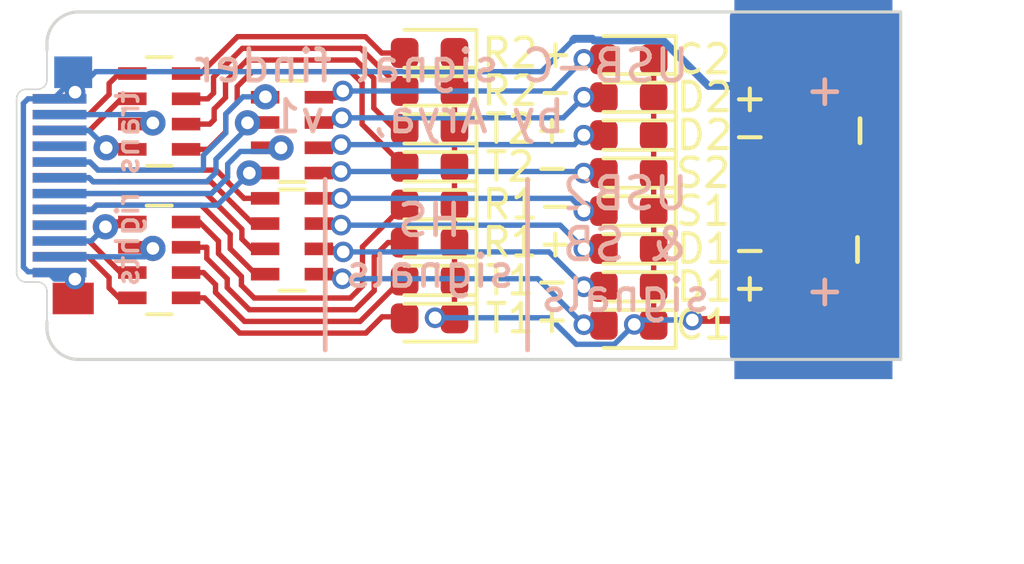
<source format=kicad_pcb>
(kicad_pcb (version 20221018) (generator pcbnew)
  (layers (0 "F.Cu" signal) (31 "B.Cu" signal) (34 "B.Paste" user) (35 "F.Paste" user) (36 "B.SilkS" user "B.Silkscreen") (37 "F.SilkS" user "F.Silkscreen") (38 "B.Mask" user) (39 "F.Mask" user) (44 "Edge.Cuts" user))
  (net 0 "")
  (net 1 "GND")
  (net 2 "-3V3")
  (net 3 "Net-(D1-A)")
  (net 4 "Net-(D2-A)")
  (net 5 "Net-(D3-A)")
  (net 6 "Net-(D4-A)")
  (net 7 "Net-(D5-A)")
  (net 8 "Net-(D6-A)")
  (net 9 "Net-(D7-A)")
  (net 10 "Net-(D8-A)")
  (net 11 "Net-(D9-A)")
  (net 12 "Net-(D10-A)")
  (net 13 "Net-(D11-A)")
  (net 14 "Net-(D12-A)")
  (net 15 "Net-(D13-A)")
  (net 16 "Net-(D14-A)")
  (net 17 "Net-(D15-A)")
  (net 18 "Net-(D16-A)")
  (net 19 "Net-(J1-TX1+)")
  (net 20 "Net-(J1-TX1-)")
  (net 22 "Net-(J1-CC1)")
  (net 23 "Net-(RN2-R2.2)")
  (net 24 "Net-(RN2-R3.2)")
  (net 25 "Net-(J1-SBU1)")
  (net 26 "Net-(J1-RX2-)")
  (net 27 "Net-(J1-RX2+)")
  (net 28 "Net-(J1-TX2+)")
  (net 29 "Net-(J1-TX2-)")
  (net 30 "Net-(J1-CC2)")
  (net 31 "Net-(RN4-R3.2)")
  (net 32 "Net-(RN4-R2.2)")
  (net 33 "Net-(J1-SBU2)")
  (net 34 "Net-(J1-RX1-)")
  (net 35 "Net-(J1-RX1+)")
  (footprint "LED_SMD:LED_0603_1608Metric" (layer "F.Cu") (at 130.1 88.8 180)
    (fp_text reference "D2" hide)
    (fp_text value "R1+" (at -3.1 0) (layer "F.SilkS") (effects (font (size 0.9 0.9) (thickness 0.13))))
    (fp_line (start -1.485 -0.735) (end -1.485 0.735) (stroke (width 0.12)) (layer "F.SilkS"))
    (fp_line (start -1.485 0.735) (end 0.8 0.735) (stroke (width 0.12)) (layer "F.SilkS"))
    (fp_line (start 0.8 -0.735) (end -1.485 -0.735) (stroke (width 0.12)) (layer "F.SilkS"))
    (pad "1" smd roundrect (at -0.7875 0 180) (size 0.875 0.95) (layers "F.Cu" "F.Paste" "F.Mask") (net 2 "-3V3"))
    (pad "2" smd roundrect (at 0.7875 0 180) (size 0.875 0.95) (layers "F.Cu" "F.Paste" "F.Mask") (net 4 "Net-(D2-A)"))
  )
  (footprint "LED_SMD:LED_0603_1608Metric" (layer "F.Cu") (at 130.1 86.4 180)
    (fp_text reference "D11" hide)
    (fp_text value "T2-" (at -3.1 0) (layer "F.SilkS") (effects (font (size 0.9 0.9) (thickness 0.13))))
    (fp_line (start -1.485 -0.735) (end -1.485 0.735) (stroke (width 0.12)) (layer "F.SilkS"))
    (fp_line (start -1.485 0.735) (end 0.8 0.735) (stroke (width 0.12)) (layer "F.SilkS"))
    (fp_line (start 0.8 -0.735) (end -1.485 -0.735) (stroke (width 0.12)) (layer "F.SilkS"))
    (pad "1" smd roundrect (at -0.7875 0 180) (size 0.875 0.95) (layers "F.Cu" "F.Paste" "F.Mask") (net 2 "-3V3"))
    (pad "2" smd roundrect (at 0.7875 0 180) (size 0.875 0.95) (layers "F.Cu" "F.Paste" "F.Mask") (net 13 "Net-(D11-A)"))
  )
  (footprint "Resistor_SMD:R_Array_Concave_4x0603" (layer "F.Cu") (at 121.55 84.65 180)
    (fp_text reference "RN3" hide)
    (fp_text value "47R" hide)
    (fp_line (start 0.4 -1.72) (end -0.4 -1.72) (stroke (width 0.12)) (layer "F.SilkS"))
    (fp_line (start 0.4 1.72) (end -0.4 1.72) (stroke (width 0.12)) (layer "F.SilkS"))
    (pad "1" smd rect (at -0.85 -1.2 180) (size 0.9 0.4) (layers "F.Cu" "F.Paste" "F.Mask") (net 13 "Net-(D11-A)"))
    (pad "2" smd rect (at -0.85 -0.4 180) (size 0.9 0.4) (layers "F.Cu" "F.Paste" "F.Mask") (net 14 "Net-(D12-A)"))
    (pad "3" smd rect (at -0.85 0.4 180) (size 0.9 0.4) (layers "F.Cu" "F.Paste" "F.Mask") (net 11 "Net-(D9-A)"))
    (pad "4" smd rect (at -0.85 1.2 180) (size 0.9 0.4) (layers "F.Cu" "F.Paste" "F.Mask") (net 12 "Net-(D10-A)"))
    (pad "5" smd rect (at 0.85 1.2 180) (size 0.9 0.4) (layers "F.Cu" "F.Paste" "F.Mask") (net 27 "Net-(J1-RX2+)"))
    (pad "6" smd rect (at 0.85 0.4 180) (size 0.9 0.4) (layers "F.Cu" "F.Paste" "F.Mask") (net 26 "Net-(J1-RX2-)"))
    (pad "7" smd rect (at 0.85 -0.4 180) (size 0.9 0.4) (layers "F.Cu" "F.Paste" "F.Mask") (net 28 "Net-(J1-TX2+)"))
    (pad "8" smd rect (at 0.85 -1.2 180) (size 0.9 0.4) (layers "F.Cu" "F.Paste" "F.Mask") (net 29 "Net-(J1-TX2-)"))
  )
  (footprint "usbc_debug_finder:USB_C_Plug_Molex_105444" (layer "F.Cu") (at 118 87 90)
    (fp_text reference "J1" hide)
    (fp_text value "USB_C_Plug" hide)
    (fp_line (start -3.35 0) (end -4.3 0) (stroke (width 0.05)) (layer "Edge.Cuts"))
    (fp_line (start -3.05 -0.66) (end -3.05 -0.3) (stroke (width 0.05)) (layer "Edge.Cuts"))
    (fp_line (start -2.75 -0.96) (end 2.75 -0.96) (stroke (width 0.05)) (layer "Edge.Cuts"))
    (fp_line (start 3.05 -0.66) (end 3.05 -0.3) (stroke (width 0.05)) (layer "Edge.Cuts"))
    (fp_line (start 3.35 0) (end 4.3 0) (stroke (width 0.05)) (layer "Edge.Cuts"))
    (fp_arc (start -3.05 -0.66) (mid -2.962132 -0.872132) (end -2.75 -0.96) (stroke (width 0.05)) (layer "Edge.Cuts"))
    (fp_arc (start -3.05 -0.3) (mid -3.137868 -0.087868) (end -3.35 0) (stroke (width 0.05)) (layer "Edge.Cuts"))
    (fp_arc (start 2.75 -0.96) (mid 2.962132 -0.872132) (end 3.05 -0.66) (stroke (width 0.05)) (layer "Edge.Cuts"))
    (fp_arc (start 3.35 0) (mid 3.137868 -0.087868) (end 3.05 -0.3) (stroke (width 0.05)) (layer "Edge.Cuts"))
    (pad "A1" smd rect (at -2.75 0.4 90) (size 0.3 1.7) (layers "F.Cu" "F.Paste" "F.Mask") (net 1 "GND"))
    (pad "A2" smd rect (at -2.25 0.4 90) (size 0.3 1.7) (layers "F.Cu" "F.Paste" "F.Mask") (net 19 "Net-(J1-TX1+)"))
    (pad "A3" smd rect (at -1.75 0.4 90) (size 0.3 1.7) (layers "F.Cu" "F.Paste" "F.Mask") (net 20 "Net-(J1-TX1-)"))
    (pad "A4" smd rect (at -1.25 0.4 90) (size 0.3 1.7) (layers "F.Cu" "F.Paste" "F.Mask"))
    (pad "A5" smd rect (at -0.75 0.4 90) (size 0.3 1.7) (layers "F.Cu" "F.Paste" "F.Mask") (net 22 "Net-(J1-CC1)"))
    (pad "A6" smd rect (at -0.25 0.4 90) (size 0.3 1.7) (layers "F.Cu" "F.Paste" "F.Mask") (net 23 "Net-(RN2-R2.2)"))
    (pad "A7" smd rect (at 0.25 0.4 90) (size 0.3 1.7) (layers "F.Cu" "F.Paste" "F.Mask") (net 24 "Net-(RN2-R3.2)"))
    (pad "A8" smd rect (at 0.75 0.4 90) (size 0.3 1.7) (layers "F.Cu" "F.Paste" "F.Mask") (net 25 "Net-(J1-SBU1)"))
    (pad "A9" smd rect (at 1.25 0.4 90) (size 0.3 1.7) (layers "F.Cu" "F.Paste" "F.Mask"))
    (pad "A10" smd rect (at 1.75 0.4 90) (size 0.3 1.7) (layers "F.Cu" "F.Paste" "F.Mask") (net 26 "Net-(J1-RX2-)"))
    (pad "A11" smd rect (at 2.25 0.4 90) (size 0.3 1.7) (layers "F.Cu" "F.Paste" "F.Mask") (net 27 "Net-(J1-RX2+)"))
    (pad "A12" smd rect (at 2.75 0.4 90) (size 0.3 1.7) (layers "F.Cu" "F.Paste" "F.Mask") (net 1 "GND"))
    (pad "B1" smd rect (at 2.75 0.4 90) (size 0.3 1.7) (layers "B.Cu" "B.Paste" "B.Mask") (net 1 "GND"))
    (pad "B2" smd rect (at 2.25 0.4 90) (size 0.3 1.7) (layers "B.Cu" "B.Paste" "B.Mask") (net 28 "Net-(J1-TX2+)"))
    (pad "B3" smd rect (at 1.75 0.4 90) (size 0.3 1.7) (layers "B.Cu" "B.Paste" "B.Mask") (net 29 "Net-(J1-TX2-)"))
    (pad "B4" smd rect (at 1.25 0.4 90) (size 0.3 1.7) (layers "B.Cu" "B.Paste" "B.Mask"))
    (pad "B5" smd rect (at 0.75 0.4 90) (size 0.3 1.7) (layers "B.Cu" "B.Paste" "B.Mask") (net 30 "Net-(J1-CC2)"))
    (pad "B6" smd rect (at 0.25 0.4 90) (size 0.3 1.7) (layers "B.Cu" "B.Paste" "B.Mask") (net 31 "Net-(RN4-R3.2)"))
    (pad "B7" smd rect (at -0.25 0.4 90) (size 0.3 1.7) (layers "B.Cu" "B.Paste" "B.Mask") (net 32 "Net-(RN4-R2.2)"))
    (pad "B8" smd rect (at -0.75 0.4 90) (size 0.3 1.7) (layers "B.Cu" "B.Paste" "B.Mask") (net 33 "Net-(J1-SBU2)"))
    (pad "B9" smd rect (at -1.25 0.4 90) (size 0.3 1.7) (layers "B.Cu" "B.Paste" "B.Mask"))
    (pad "B10" smd rect (at -1.75 0.4 90) (size 0.3 1.7) (layers "B.Cu" "B.Paste" "B.Mask") (net 34 "Net-(J1-RX1-)"))
    (pad "B11" smd rect (at -2.25 0.4 90) (size 0.3 1.7) (layers "B.Cu" "B.Paste" "B.Mask") (net 35 "Net-(J1-RX1+)"))
    (pad "B12" smd rect (at -2.75 0.4 90) (size 0.3 1.7) (layers "B.Cu" "B.Paste" "B.Mask") (net 1 "GND"))
    (pad "S1" smd rect (at -3.57 0.83 90) (size 1 1.3) (layers "F.Cu" "F.Paste" "F.Mask") (net 1 "GND"))
    (pad "S1" smd rect (at 3.59 0.83 90) (size 1 1.2) (layers "B.Cu" "B.Paste" "B.Mask") (net 1 "GND"))
  )
  (footprint "LED_SMD:LED_0603_1608Metric" (layer "F.Cu") (at 136.4 85.4 180)
    (fp_text reference "D14" hide)
    (fp_text value "D2-" (at -2.95 0) (layer "F.SilkS") (effects (font (size 0.9 0.9) (thickness 0.13))))
    (fp_line (start -1.485 -0.735) (end -1.485 0.735) (stroke (width 0.12)) (layer "F.SilkS"))
    (fp_line (start -1.485 0.735) (end 0.8 0.735) (stroke (width 0.12)) (layer "F.SilkS"))
    (fp_line (start 0.8 -0.735) (end -1.485 -0.735) (stroke (width 0.12)) (layer "F.SilkS"))
    (pad "1" smd roundrect (at -0.7875 0 180) (size 0.875 0.95) (layers "F.Cu" "F.Paste" "F.Mask") (net 2 "-3V3"))
    (pad "2" smd roundrect (at 0.7875 0 180) (size 0.875 0.95) (layers "F.Cu" "F.Paste" "F.Mask") (net 16 "Net-(D14-A)"))
  )
  (footprint "LED_SMD:LED_0603_1608Metric" (layer "F.Cu") (at 136.4 90.2 180)
    (fp_text reference "D7" hide)
    (fp_text value "D1+" (at -2.95 0) (layer "F.SilkS") (effects (font (size 0.9 0.9) (thickness 0.13))))
    (fp_line (start -1.485 -0.735) (end -1.485 0.735) (stroke (width 0.12)) (layer "F.SilkS"))
    (fp_line (start -1.485 0.735) (end 0.8 0.735) (stroke (width 0.12)) (layer "F.SilkS"))
    (fp_line (start 0.8 -0.735) (end -1.485 -0.735) (stroke (width 0.12)) (layer "F.SilkS"))
    (pad "1" smd roundrect (at -0.7875 0 180) (size 0.875 0.95) (layers "F.Cu" "F.Paste" "F.Mask") (net 2 "-3V3"))
    (pad "2" smd roundrect (at 0.7875 0 180) (size 0.875 0.95) (layers "F.Cu" "F.Paste" "F.Mask") (net 9 "Net-(D7-A)"))
  )
  (footprint "LED_SMD:LED_0603_1608Metric" (layer "F.Cu") (at 130.1 91.2 180)
    (fp_text reference "D4" hide)
    (fp_text value "T1+" (at -3.1 0) (layer "F.SilkS") (effects (font (size 0.9 0.9) (thickness 0.13))))
    (fp_line (start -1.485 -0.735) (end -1.485 0.735) (stroke (width 0.12)) (layer "F.SilkS"))
    (fp_line (start -1.485 0.735) (end 0.8 0.735) (stroke (width 0.12)) (layer "F.SilkS"))
    (fp_line (start 0.8 -0.735) (end -1.485 -0.735) (stroke (width 0.12)) (layer "F.SilkS"))
    (pad "1" smd roundrect (at -0.7875 0 180) (size 0.875 0.95) (layers "F.Cu" "F.Paste" "F.Mask") (net 2 "-3V3"))
    (pad "2" smd roundrect (at 0.7875 0 180) (size 0.875 0.95) (layers "F.Cu" "F.Paste" "F.Mask") (net 6 "Net-(D4-A)"))
  )
  (footprint "LED_SMD:LED_0603_1608Metric" (layer "F.Cu") (at 130.1 84 180)
    (fp_text reference "D9" hide)
    (fp_text value "R2-" (at -3.1 0) (layer "F.SilkS") (effects (font (size 0.9 0.9) (thickness 0.13))))
    (fp_line (start -1.485 -0.735) (end -1.485 0.735) (stroke (width 0.12)) (layer "F.SilkS"))
    (fp_line (start -1.485 0.735) (end 0.8 0.735) (stroke (width 0.12)) (layer "F.SilkS"))
    (fp_line (start 0.8 -0.735) (end -1.485 -0.735) (stroke (width 0.12)) (layer "F.SilkS"))
    (pad "1" smd roundrect (at -0.7875 0 180) (size 0.875 0.95) (layers "F.Cu" "F.Paste" "F.Mask") (net 2 "-3V3"))
    (pad "2" smd roundrect (at 0.7875 0 180) (size 0.875 0.95) (layers "F.Cu" "F.Paste" "F.Mask") (net 11 "Net-(D9-A)"))
  )
  (footprint "LED_SMD:LED_0603_1608Metric" (layer "F.Cu") (at 136.4 87.8 180)
    (fp_text reference "D8" hide)
    (fp_text value "S1" (at -2.35 0) (layer "F.SilkS") (effects (font (size 0.9 0.9) (thickness 0.13))))
    (fp_line (start -1.485 -0.735) (end -1.485 0.735) (stroke (width 0.12)) (layer "F.SilkS"))
    (fp_line (start -1.485 0.735) (end 0.8 0.735) (stroke (width 0.12)) (layer "F.SilkS"))
    (fp_line (start 0.8 -0.735) (end -1.485 -0.735) (stroke (width 0.12)) (layer "F.SilkS"))
    (pad "1" smd roundrect (at -0.7875 0 180) (size 0.875 0.95) (layers "F.Cu" "F.Paste" "F.Mask") (net 2 "-3V3"))
    (pad "2" smd roundrect (at 0.7875 0 180) (size 0.875 0.95) (layers "F.Cu" "F.Paste" "F.Mask") (net 10 "Net-(D8-A)"))
  )
  (footprint "Resistor_SMD:R_Array_Concave_4x0603" (layer "F.Cu") (at 121.55 89.35 180)
    (fp_text reference "RN1" hide)
    (fp_text value "47R" hide)
    (fp_line (start 0.4 -1.72) (end -0.4 -1.72) (stroke (width 0.12)) (layer "F.SilkS"))
    (fp_line (start 0.4 1.72) (end -0.4 1.72) (stroke (width 0.12)) (layer "F.SilkS"))
    (pad "1" smd rect (at -0.85 -1.2 180) (size 0.9 0.4) (layers "F.Cu" "F.Paste" "F.Mask") (net 6 "Net-(D4-A)"))
    (pad "2" smd rect (at -0.85 -0.4 180) (size 0.9 0.4) (layers "F.Cu" "F.Paste" "F.Mask") (net 5 "Net-(D3-A)"))
    (pad "3" smd rect (at -0.85 0.4 180) (size 0.9 0.4) (layers "F.Cu" "F.Paste" "F.Mask") (net 4 "Net-(D2-A)"))
    (pad "4" smd rect (at -0.85 1.2 180) (size 0.9 0.4) (layers "F.Cu" "F.Paste" "F.Mask") (net 3 "Net-(D1-A)"))
    (pad "5" smd rect (at 0.85 1.2 180) (size 0.9 0.4) (layers "F.Cu" "F.Paste" "F.Mask") (net 34 "Net-(J1-RX1-)"))
    (pad "6" smd rect (at 0.85 0.4 180) (size 0.9 0.4) (layers "F.Cu" "F.Paste" "F.Mask") (net 35 "Net-(J1-RX1+)"))
    (pad "7" smd rect (at 0.85 -0.4 180) (size 0.9 0.4) (layers "F.Cu" "F.Paste" "F.Mask") (net 20 "Net-(J1-TX1-)"))
    (pad "8" smd rect (at 0.85 -1.2 180) (size 0.9 0.4) (layers "F.Cu" "F.Paste" "F.Mask") (net 19 "Net-(J1-TX1+)"))
  )
  (footprint "LED_SMD:LED_0603_1608Metric" (layer "F.Cu") (at 136.4 91.4 180)
    (fp_text reference "D5" hide)
    (fp_text value "C1" (at -2.35 0) (layer "F.SilkS") (effects (font (size 0.9 0.9) (thickness 0.13))))
    (fp_line (start -1.485 -0.735) (end -1.485 0.735) (stroke (width 0.12)) (layer "F.SilkS"))
    (fp_line (start -1.485 0.735) (end 0.8 0.735) (stroke (width 0.12)) (layer "F.SilkS"))
    (fp_line (start 0.8 -0.735) (end -1.485 -0.735) (stroke (width 0.12)) (layer "F.SilkS"))
    (pad "1" smd roundrect (at -0.7875 0 180) (size 0.875 0.95) (layers "F.Cu" "F.Paste" "F.Mask") (net 2 "-3V3"))
    (pad "2" smd roundrect (at 0.7875 0 180) (size 0.875 0.95) (layers "F.Cu" "F.Paste" "F.Mask") (net 7 "Net-(D5-A)"))
  )
  (footprint "Resistor_SMD:R_Array_Concave_4x0603" (layer "F.Cu") (at 125.75 85.4 180)
    (fp_text reference "RN4" hide)
    (fp_text value "47R" hide)
    (fp_line (start 0.4 -1.72) (end -0.4 -1.72) (stroke (width 0.12)) (layer "F.SilkS"))
    (fp_line (start 0.4 1.72) (end -0.4 1.72) (stroke (width 0.12)) (layer "F.SilkS"))
    (pad "1" smd rect (at -0.85 -1.2 180) (size 0.9 0.4) (layers "F.Cu" "F.Paste" "F.Mask") (net 18 "Net-(D16-A)"))
    (pad "2" smd rect (at -0.85 -0.4 180) (size 0.9 0.4) (layers "F.Cu" "F.Paste" "F.Mask") (net 16 "Net-(D14-A)"))
    (pad "3" smd rect (at -0.85 0.4 180) (size 0.9 0.4) (layers "F.Cu" "F.Paste" "F.Mask") (net 17 "Net-(D15-A)"))
    (pad "4" smd rect (at -0.85 1.2 180) (size 0.9 0.4) (layers "F.Cu" "F.Paste" "F.Mask") (net 15 "Net-(D13-A)"))
    (pad "5" smd rect (at 0.85 1.2 180) (size 0.9 0.4) (layers "F.Cu" "F.Paste" "F.Mask") (net 30 "Net-(J1-CC2)"))
    (pad "6" smd rect (at 0.85 0.4 180) (size 0.9 0.4) (layers "F.Cu" "F.Paste" "F.Mask") (net 31 "Net-(RN4-R3.2)"))
    (pad "7" smd rect (at 0.85 -0.4 180) (size 0.9 0.4) (layers "F.Cu" "F.Paste" "F.Mask") (net 32 "Net-(RN4-R2.2)"))
    (pad "8" smd rect (at 0.85 -1.2 180) (size 0.9 0.4) (layers "F.Cu" "F.Paste" "F.Mask") (net 33 "Net-(J1-SBU2)"))
  )
  (footprint "Resistor_SMD:R_Array_Concave_4x0603" (layer "F.Cu") (at 125.75 88.6 180)
    (fp_text reference "RN2" hide)
    (fp_text value "47R" hide)
    (fp_line (start 0.4 -1.72) (end -0.4 -1.72) (stroke (width 0.12)) (layer "F.SilkS"))
    (fp_line (start 0.4 1.72) (end -0.4 1.72) (stroke (width 0.12)) (layer "F.SilkS"))
    (pad "1" smd rect (at -0.85 -1.2 180) (size 0.9 0.4) (layers "F.Cu" "F.Paste" "F.Mask") (net 7 "Net-(D5-A)"))
    (pad "2" smd rect (at -0.85 -0.4 180) (size 0.9 0.4) (layers "F.Cu" "F.Paste" "F.Mask") (net 9 "Net-(D7-A)"))
    (pad "3" smd rect (at -0.85 0.4 180) (size 0.9 0.4) (layers "F.Cu" "F.Paste" "F.Mask") (net 8 "Net-(D6-A)"))
    (pad "4" smd rect (at -0.85 1.2 180) (size 0.9 0.4) (layers "F.Cu" "F.Paste" "F.Mask") (net 10 "Net-(D8-A)"))
    (pad "5" smd rect (at 0.85 1.2 180) (size 0.9 0.4) (layers "F.Cu" "F.Paste" "F.Mask") (net 25 "Net-(J1-SBU1)"))
    (pad "6" smd rect (at 0.85 0.4 180) (size 0.9 0.4) (layers "F.Cu" "F.Paste" "F.Mask") (net 24 "Net-(RN2-R3.2)"))
    (pad "7" smd rect (at 0.85 -0.4 180) (size 0.9 0.4) (layers "F.Cu" "F.Paste" "F.Mask") (net 23 "Net-(RN2-R2.2)"))
    (pad "8" smd rect (at 0.85 -1.2 180) (size 0.9 0.4) (layers "F.Cu" "F.Paste" "F.Mask") (net 22 "Net-(J1-CC1)"))
  )
  (footprint "LED_SMD:LED_0603_1608Metric" (layer "F.Cu") (at 136.4 89 180)
    (fp_text reference "D6" hide)
    (fp_text value "D1-" (at -2.95 0) (layer "F.SilkS") (effects (font (size 0.9 0.9) (thickness 0.13))))
    (fp_line (start -1.485 -0.735) (end -1.485 0.735) (stroke (width 0.12)) (layer "F.SilkS"))
    (fp_line (start -1.485 0.735) (end 0.8 0.735) (stroke (width 0.12)) (layer "F.SilkS"))
    (fp_line (start 0.8 -0.735) (end -1.485 -0.735) (stroke (width 0.12)) (layer "F.SilkS"))
    (pad "1" smd roundrect (at -0.7875 0 180) (size 0.875 0.95) (layers "F.Cu" "F.Paste" "F.Mask") (net 2 "-3V3"))
    (pad "2" smd roundrect (at 0.7875 0 180) (size 0.875 0.95) (layers "F.Cu" "F.Paste" "F.Mask") (net 8 "Net-(D6-A)"))
  )
  (footprint "LED_SMD:LED_0603_1608Metric" (layer "F.Cu") (at 130.1 85.2 180)
    (fp_text reference "D12" hide)
    (fp_text value "T2+" (at -3.1 0) (layer "F.SilkS") (effects (font (size 0.9 0.9) (thickness 0.13))))
    (fp_line (start -1.485 -0.735) (end -1.485 0.735) (stroke (width 0.12)) (layer "F.SilkS"))
    (fp_line (start -1.485 0.735) (end 0.8 0.735) (stroke (width 0.12)) (layer "F.SilkS"))
    (fp_line (start 0.8 -0.735) (end -1.485 -0.735) (stroke (width 0.12)) (layer "F.SilkS"))
    (pad "1" smd roundrect (at -0.7875 0 180) (size 0.875 0.95) (layers "F.Cu" "F.Paste" "F.Mask") (net 2 "-3V3"))
    (pad "2" smd roundrect (at 0.7875 0 180) (size 0.875 0.95) (layers "F.Cu" "F.Paste" "F.Mask") (net 14 "Net-(D12-A)"))
  )
  (footprint "LED_SMD:LED_0603_1608Metric" (layer "F.Cu") (at 130.1 82.8 180)
    (fp_text reference "D10" hide)
    (fp_text value "R2+" (at -3.1 0) (layer "F.SilkS") (effects (font (size 0.9 0.9) (thickness 0.13))))
    (fp_line (start -1.485 -0.735) (end -1.485 0.735) (stroke (width 0.12)) (layer "F.SilkS"))
    (fp_line (start -1.485 0.735) (end 0.8 0.735) (stroke (width 0.12)) (layer "F.SilkS"))
    (fp_line (start 0.8 -0.735) (end -1.485 -0.735) (stroke (width 0.12)) (layer "F.SilkS"))
    (pad "1" smd roundrect (at -0.7875 0 180) (size 0.875 0.95) (layers "F.Cu" "F.Paste" "F.Mask") (net 2 "-3V3"))
    (pad "2" smd roundrect (at 0.7875 0 180) (size 0.875 0.95) (layers "F.Cu" "F.Paste" "F.Mask") (net 12 "Net-(D10-A)"))
  )
  (footprint "usbc_debug_finder:BAT-TH_BS-05-A1BJ001" (layer "F.Cu") (at 142.24 87.122 90)
    (fp_text reference "BT1" hide)
    (fp_text value "Coin cell")
    (pad "1" smd rect (at -5 0 90) (size 2 5) (layers "B.Cu" "B.Paste" "B.Mask") (net 1 "GND"))
    (pad "1" smd rect (at 5 0 90) (size 2 5) (layers "B.Cu" "B.Paste" "B.Mask") (net 1 "GND"))
    (pad "2" smd rect (at 0 0 90) (size 2 5) (layers "F.Cu" "F.Paste" "F.Mask") (net 2 "-3V3"))
  )
  (footprint "LED_SMD:LED_0603_1608Metric" (layer "F.Cu") (at 136.4 84.2 180)
    (fp_text reference "D15" hide)
    (fp_text value "D2+" (at -2.95 0) (layer "F.SilkS") (effects (font (size 0.9 0.9) (thickness 0.13))))
    (fp_line (start -1.485 -0.735) (end -1.485 0.735) (stroke (width 0.12)) (layer "F.SilkS"))
    (fp_line (start -1.485 0.735) (end 0.8 0.735) (stroke (width 0.12)) (layer "F.SilkS"))
    (fp_line (start 0.8 -0.735) (end -1.485 -0.735) (stroke (width 0.12)) (layer "F.SilkS"))
    (pad "1" smd roundrect (at -0.7875 0 180) (size 0.875 0.95) (layers "F.Cu" "F.Paste" "F.Mask") (net 2 "-3V3"))
    (pad "2" smd roundrect (at 0.7875 0 180) (size 0.875 0.95) (layers "F.Cu" "F.Paste" "F.Mask") (net 17 "Net-(D15-A)"))
  )
  (footprint "LED_SMD:LED_0603_1608Metric" (layer "F.Cu") (at 136.4 83 180)
    (fp_text reference "D13" hide)
    (fp_text value "C2" (at -2.35 0) (layer "F.SilkS") (effects (font (size 0.9 0.9) (thickness 0.13))))
    (fp_line (start -1.485 -0.735) (end -1.485 0.735) (stroke (width 0.12)) (layer "F.SilkS"))
    (fp_line (start -1.485 0.735) (end 0.8 0.735) (stroke (width 0.12)) (layer "F.SilkS"))
    (fp_line (start 0.8 -0.735) (end -1.485 -0.735) (stroke (width 0.12)) (layer "F.SilkS"))
    (pad "1" smd roundrect (at -0.7875 0 180) (size 0.875 0.95) (layers "F.Cu" "F.Paste" "F.Mask") (net 2 "-3V3"))
    (pad "2" smd roundrect (at 0.7875 0 180) (size 0.875 0.95) (layers "F.Cu" "F.Paste" "F.Mask") (net 15 "Net-(D13-A)"))
  )
  (footprint "LED_SMD:LED_0603_1608Metric" (layer "F.Cu") (at 130.1 90 180)
    (fp_text reference "D3" hide)
    (fp_text value "T1-" (at -3.1 0) (layer "F.SilkS") (effects (font (size 0.9 0.9) (thickness 0.13))))
    (fp_line (start -1.485 -0.735) (end -1.485 0.735) (stroke (width 0.12)) (layer "F.SilkS"))
    (fp_line (start -1.485 0.735) (end 0.8 0.735) (stroke (width 0.12)) (layer "F.SilkS"))
    (fp_line (start 0.8 -0.735) (end -1.485 -0.735) (stroke (width 0.12)) (layer "F.SilkS"))
    (pad "1" smd roundrect (at -0.7875 0 180) (size 0.875 0.95) (layers "F.Cu" "F.Paste" "F.Mask") (net 2 "-3V3"))
    (pad "2" smd roundrect (at 0.7875 0 180) (size 0.875 0.95) (layers "F.Cu" "F.Paste" "F.Mask") (net 5 "Net-(D3-A)"))
  )
  (footprint "LED_SMD:LED_0603_1608Metric" (layer "F.Cu") (at 136.4 86.6 180)
    (fp_text reference "D16" hide)
    (fp_text value "S2" (at -2.35 0) (layer "F.SilkS") (effects (font (size 0.9 0.9) (thickness 0.13))))
    (fp_line (start -1.485 -0.735) (end -1.485 0.735) (stroke (width 0.12)) (layer "F.SilkS"))
    (fp_line (start -1.485 0.735) (end 0.8 0.735) (stroke (width 0.12)) (layer "F.SilkS"))
    (fp_line (start 0.8 -0.735) (end -1.485 -0.735) (stroke (width 0.12)) (layer "F.SilkS"))
    (pad "1" smd roundrect (at -0.7875 0 180) (size 0.875 0.95) (layers "F.Cu" "F.Paste" "F.Mask") (net 2 "-3V3"))
    (pad "2" smd roundrect (at 0.7875 0 180) (size 0.875 0.95) (layers "F.Cu" "F.Paste" "F.Mask") (net 18 "Net-(D16-A)"))
  )
  (footprint "LED_SMD:LED_0603_1608Metric" (layer "F.Cu") (at 130.1 87.6 180)
    (fp_text reference "D1" hide)
    (fp_text value "R1-" (at -3.1125 0) (layer "F.SilkS") (effects (font (size 0.9 0.9) (thickness 0.13))))
    (fp_line (start -1.485 -0.735) (end -1.485 0.735) (stroke (width 0.12)) (layer "F.SilkS"))
    (fp_line (start -1.485 0.735) (end 0.8 0.735) (stroke (width 0.12)) (layer "F.SilkS"))
    (fp_line (start 0.8 -0.735) (end -1.485 -0.735) (stroke (width 0.12)) (layer "F.SilkS"))
    (pad "1" smd roundrect (at -0.7875 0 180) (size 0.875 0.95) (layers "F.Cu" "F.Paste" "F.Mask") (net 2 "-3V3"))
    (pad "2" smd roundrect (at 0.7875 0 180) (size 0.875 0.95) (layers "F.Cu" "F.Paste" "F.Mask") (net 3 "Net-(D1-A)"))
  )
  (gr_line (start 133.2 86.8) (end 133.2 92.2) (stroke (width 0.15)) (layer "B.SilkS"))
  (gr_line (start 126.8 86.8) (end 126.8 92.2) (stroke (width 0.15)) (layer "B.SilkS"))
  (gr_line (start 119 81.5) (end 145 81.5) (stroke (width 0.1)) (layer "Edge.Cuts"))
  (gr_line (start 117.999801 91.499801) (end 118 91.3) (stroke (width 0.1)) (layer "Edge.Cuts"))
  (gr_arc (start 119 92.5) (mid 118.292753 92.207048) (end 117.999801 91.499801) (stroke (width 0.1)) (layer "Edge.Cuts"))
  (gr_line (start 145 92.5) (end 145 81.5) (stroke (width 0.1)) (layer "Edge.Cuts"))
  (gr_arc (start 117.999801 82.500199) (mid 118.292753 81.792952) (end 119 81.5) (stroke (width 0.1)) (layer "Edge.Cuts"))
  (gr_line (start 118 82.7) (end 118 82.500199) (stroke (width 0.1)) (layer "Edge.Cuts"))
  (gr_line (start 119 92.5) (end 145 92.5) (stroke (width 0.1)) (layer "Edge.Cuts"))
  (gr_text "+" (at 142.6 90.29) (layer "B.SilkS") (effects (font (size 1 1)) (justify mirror)))
  (gr_text "HS\nsignals" (at 130.1 88.9) (layer "B.SilkS") (effects (font (size 1 1)) (justify mirror)))
  (gr_text "USB-C signal finder\n  by Arya,  v1" (at 130.48 84.01) (layer "B.SilkS") (effects (font (size 1 1)) (justify mirror)))
  (gr_text "trans rights" (at 120.55 87.09 90) (layer "B.SilkS") (effects (font (size 0.7 0.7) (thickness 0.12)) (justify mirror)))
  (gr_text "+" (at 142.6 83.95) (layer "B.SilkS") (effects (font (size 1 1)) (justify mirror)))
  (gr_text "USB2\n& SB\nsignals" (at 136.29 88.86) (layer "B.SilkS") (effects (font (size 1 1)) (justify mirror)))
  (gr_text "-" (at 143.64 85.26 90) (layer "F.SilkS") (effects (font (size 1 1))))
  (gr_text "-" (at 143.56 89.02 90) (layer "F.SilkS") (effects (font (size 1 1))))
  (segment (start 118.884018 89.955982) (end 118.884018 90.415982) (width 0.17) (layer "F.Cu") (net 1))
  (segment (start 118.678036 89.75) (end 118.884018 89.955982) (width 0.17) (layer "F.Cu") (net 1))
  (segment (start 118.68 84.25) (end 118.89 84.04) (width 0.17) (layer "F.Cu") (net 1))
  (segment (start 118.884018 90.415982) (end 118.88 90.42) (width 0.17) (layer "F.Cu") (net 1))
  (via (at 118.89 84.04) (size 0.65) (drill 0.4) (layers "F.Cu" "B.Cu") (net 1))
  (via (at 118.884018 89.955982) (size 0.65) (drill 0.4) (layers "F.Cu" "B.Cu") (net 1))
  (segment (start 118.89 83.59) (end 118.88 83.58) (width 0.17) (layer "B.Cu") (net 1))
  (segment (start 119.54 83.39) (end 118.89 84.04) (width 0.17) (layer "B.Cu") (net 1))
  (segment (start 138.92 83.84) (end 139.89 83.84) (width 0.25) (layer "B.Cu") (net 1))
  (segment (start 135.249239 82.35) (end 135.299239 82.4) (width 0.25) (layer "B.Cu") (net 1))
  (segment (start 118.04 84.25) (end 117.4 84.25) (width 0.17) (layer "B.Cu") (net 1))
  (segment (start 118.04 84.25) (end 118.68 84.25) (width 0.17) (layer "B.Cu") (net 1))
  (segment (start 118.68 84.25) (end 118.89 84.04) (width 0.17) (layer "B.Cu") (net 1))
  (segment (start 133.64 83.39) (end 119.54 83.39) (width 0.17) (layer "B.Cu") (net 1))
  (segment (start 139.89 83.84) (end 140.66 83.84) (width 0.25) (layer "B.Cu") (net 1))
  (segment (start 118.678036 89.75) (end 118.884018 89.955982) (width 0.17) (layer "B.Cu") (net 1))
  (segment (start 118.015 89.725) (end 118.245982 89.955982) (width 0.17) (layer "B.Cu") (net 1))
  (segment (start 134.64 82.39) (end 133.64 83.39) (width 0.17) (layer "B.Cu") (net 1))
  (segment (start 118.04 89.75) (end 118.678036 89.75) (width 0.17) (layer "B.Cu") (net 1))
  (segment (start 118.04 84.25) (end 118.21 84.25) (width 0.17) (layer "B.Cu") (net 1))
  (segment (start 137.48 82.4) (end 138.92 83.84) (width 0.25) (layer "B.Cu") (net 1))
  (segment (start 118.21 84.25) (end 118.88 83.58) (width 0.17) (layer "B.Cu") (net 1))
  (segment (start 135.299239 82.4) (end 137.48 82.4) (width 0.25) (layer "B.Cu") (net 1))
  (segment (start 134.64 82.39) (end 134.68 82.35) (width 0.25) (layer "B.Cu") (net 1))
  (segment (start 141.962 82.4) (end 142.24 82.122) (width 0.25) (layer "B.Cu") (net 1))
  (segment (start 117.4 84.25) (end 117.255 84.395) (width 0.17) (layer "B.Cu") (net 1))
  (segment (start 118.245982 89.955982) (end 118.884018 89.955982) (width 0.17) (layer "B.Cu") (net 1))
  (segment (start 134.68 82.35) (end 135.249239 82.35) (width 0.25) (layer "B.Cu") (net 1))
  (segment (start 117.255 84.395) (end 117.255 89.575) (width 0.17) (layer "B.Cu") (net 1))
  (segment (start 117.255 89.575) (end 117.405 89.725) (width 0.17) (layer "B.Cu") (net 1))
  (segment (start 117.405 89.725) (end 118.015 89.725) (width 0.17) (layer "B.Cu") (net 1))
  (segment (start 118.89 84.04) (end 118.89 83.59) (width 0.17) (layer "B.Cu") (net 1))
  (segment (start 130.8875 90) (end 130.8875 88.8) (width 0.17) (layer "F.Cu") (net 2))
  (segment (start 138.41 91.25) (end 137.3375 91.25) (width 0.17) (layer "F.Cu") (net 2))
  (segment (start 137.1875 91.4) (end 136.5845 91.4) (width 0.17) (layer "F.Cu") (net 2))
  (segment (start 130.8875 88.8) (end 130.8875 87.6) (width 0.17) (layer "F.Cu") (net 2))
  (segment (start 130.8875 87.6) (end 130.8875 86.4) (width 0.17) (layer "F.Cu") (net 2))
  (segment (start 142.24 88.84) (end 142.24 87.122) (width 0.17) (layer "F.Cu") (net 2))
  (segment (start 138.41 91.25) (end 139.83 91.25) (width 0.25) (layer "F.Cu") (net 2))
  (segment (start 130.8875 91.2) (end 130.2945 91.2) (width 0.17) (layer "F.Cu") (net 2))
  (segment (start 139.83 91.25) (end 142.24 88.84) (width 0.25) (layer "F.Cu") (net 2))
  (segment (start 130.8875 86.4) (end 130.8875 85.2) (width 0.17) (layer "F.Cu") (net 2))
  (segment (start 130.2945 91.2) (end 130.2745 91.18) (width 0.17) (layer "F.Cu") (net 2))
  (segment (start 137.1875 84.2) (end 137.1875 85.4) (width 0.17) (layer "F.Cu") (net 2))
  (segment (start 130.8875 85.2) (end 130.8875 84) (width 0.17) (layer "F.Cu") (net 2))
  (segment (start 137.1875 85.4) (end 137.1875 91.4) (width 0.17) (layer "F.Cu") (net 2))
  (segment (start 136.5845 91.4) (end 136.5745 91.39) (width 0.17) (layer "F.Cu") (net 2))
  (segment (start 137.1875 83) (end 137.1875 84.2) (width 0.17) (layer "F.Cu") (net 2))
  (segment (start 130.8875 82.8) (end 130.8875 84) (width 0.17) (layer "F.Cu") (net 2))
  (segment (start 130.8875 91.2) (end 130.8875 90) (width 0.17) (layer "F.Cu") (net 2))
  (segment (start 137.3375 91.25) (end 137.1875 91.4) (width 0.17) (layer "F.Cu") (net 2))
  (via (at 130.2745 91.18) (size 0.65) (drill 0.4) (layers "F.Cu" "B.Cu") (net 2))
  (via (at 138.41 91.25) (size 0.65) (drill 0.4) (layers "F.Cu" "B.Cu") (net 2))
  (via (at 136.5745 91.39) (size 0.65) (drill 0.4) (layers "F.Cu" "B.Cu") (net 2))
  (segment (start 133.897329 91.18) (end 134.737329 92.02) (width 0.17) (layer "B.Cu") (net 2))
  (segment (start 136.8 91.25) (end 136.66 91.39) (width 0.17) (layer "B.Cu") (net 2))
  (segment (start 136.66 91.39) (end 136.5745 91.39) (width 0.17) (layer "B.Cu") (net 2))
  (segment (start 134.737329 92.02) (end 135.9445 92.02) (width 0.17) (layer "B.Cu") (net 2))
  (segment (start 130.2745 91.18) (end 133.897329 91.18) (width 0.17) (layer "B.Cu") (net 2))
  (segment (start 138.41 91.25) (end 136.8 91.25) (width 0.17) (layer "B.Cu") (net 2))
  (segment (start 135.9445 92.02) (end 136.5745 91.39) (width 0.17) (layer "B.Cu") (net 2))
  (segment (start 122.82 88.15) (end 122.4 88.15) (width 0.17) (layer "F.Cu") (net 3))
  (segment (start 129.3125 87.6) (end 127.979399 88.933101) (width 0.17) (layer "F.Cu") (net 3))
  (segment (start 124.15 90.15) (end 124.15 89.87326) (width 0.17) (layer "F.Cu") (net 3))
  (segment (start 123.425 88.755) (end 122.82 88.15) (width 0.17) (layer "F.Cu") (net 3))
  (segment (start 124.15 89.87326) (end 123.425 89.14826) (width 0.17) (layer "F.Cu") (net 3))
  (segment (start 127.595068 90.555239) (end 124.555239 90.555239) (width 0.17) (layer "F.Cu") (net 3))
  (segment (start 123.425 89.14826) (end 123.425 88.755) (width 0.17) (layer "F.Cu") (net 3))
  (segment (start 127.979399 90.170908) (end 127.595068 90.555239) (width 0.17) (layer "F.Cu") (net 3))
  (segment (start 124.555239 90.555239) (end 124.15 90.15) (width 0.17) (layer "F.Cu") (net 3))
  (segment (start 127.979399 88.933101) (end 127.979399 90.170908) (width 0.17) (layer "F.Cu") (net 3))
  (segment (start 123.055 88.955) (end 123.05 88.95) (width 0.17) (layer "F.Cu") (net 4))
  (segment (start 129.3125 88.8) (end 128.7875 88.8) (width 0.17) (layer "F.Cu") (net 4))
  (segment (start 128.35 90.323567) (end 127.748327 90.925239) (width 0.17) (layer "F.Cu") (net 4))
  (segment (start 128.7875 88.8) (end 128.349399 89.238101) (width 0.17) (layer "F.Cu") (net 4))
  (segment (start 123.70174 90.225) (end 123.70174 89.94826) (width 0.17) (layer "F.Cu") (net 4))
  (segment (start 123.70174 89.94826) (end 123.055 89.30152) (width 0.17) (layer "F.Cu") (net 4))
  (segment (start 123.05 88.95) (end 122.4 88.95) (width 0.17) (layer "F.Cu") (net 4))
  (segment (start 128.35 90.123567) (end 128.35 90.323567) (width 0.17) (layer "F.Cu") (net 4))
  (segment (start 123.055 89.30152) (end 123.055 88.955) (width 0.17) (layer "F.Cu") (net 4))
  (segment (start 128.349399 90.122966) (end 128.35 90.123567) (width 0.17) (layer "F.Cu") (net 4))
  (segment (start 124.401979 90.925239) (end 123.70174 90.225) (width 0.17) (layer "F.Cu") (net 4))
  (segment (start 128.349399 89.238101) (end 128.349399 90.122966) (width 0.17) (layer "F.Cu") (net 4))
  (segment (start 127.748327 90.925239) (end 124.401979 90.925239) (width 0.17) (layer "F.Cu") (net 4))
  (segment (start 122.95 89.75) (end 122.4 89.75) (width 0.17) (layer "F.Cu") (net 5))
  (segment (start 124.24872 91.295239) (end 123.33174 90.37826) (width 0.17) (layer "F.Cu") (net 5))
  (segment (start 127.904761 91.295239) (end 124.24872 91.295239) (width 0.17) (layer "F.Cu") (net 5))
  (segment (start 123.33174 90.13174) (end 122.95 89.75) (width 0.17) (layer "F.Cu") (net 5))
  (segment (start 123.33174 90.37826) (end 123.33174 90.13174) (width 0.17) (layer "F.Cu") (net 5))
  (segment (start 129 90.2) (end 127.904761 91.295239) (width 0.17) (layer "F.Cu") (net 5))
  (segment (start 128.084761 91.665239) (end 124.095462 91.665239) (width 0.17) (layer "F.Cu") (net 6))
  (segment (start 124.095462 91.665239) (end 122.98022 90.55) (width 0.17) (layer "F.Cu") (net 6))
  (segment (start 129.3125 91.2) (end 129.2625 91.15) (width 0.17) (layer "F.Cu") (net 6))
  (segment (start 122.98022 90.55) (end 122.4 90.55) (width 0.17) (layer "F.Cu") (net 6))
  (segment (start 128.6 91.15) (end 128.084761 91.665239) (width 0.17) (layer "F.Cu") (net 6))
  (segment (start 129.2625 91.15) (end 128.6 91.15) (width 0.17) (layer "F.Cu") (net 6))
  (segment (start 127.197158 89.8) (end 127.342397 89.945239) (width 0.17) (layer "F.Cu") (net 7))
  (segment (start 126.6 89.8) (end 127.197158 89.8) (width 0.17) (layer "F.Cu") (net 7))
  (segment (start 135.6125 91.4) (end 134.98 91.4) (width 0.17) (layer "F.Cu") (net 7))
  (via (at 127.342397 89.945239) (size 0.65) (drill 0.4) (layers "F.Cu" "B.Cu") (net 7))
  (via (at 134.98 91.4) (size 0.65) (drill 0.4) (layers "F.Cu" "B.Cu") (net 7))
  (segment (start 133.525239 89.945239) (end 134.98 91.4) (width 0.17) (layer "B.Cu") (net 7))
  (segment (start 127.342397 89.945239) (end 133.525239 89.945239) (width 0.17) (layer "B.Cu") (net 7))
  (segment (start 135.6125 89) (end 134.98 89) (width 0.17) (layer "F.Cu") (net 8))
  (segment (start 127.250497 88.2) (end 127.3 88.249503) (width 0.17) (layer "F.Cu") (net 8))
  (segment (start 126.6 88.2) (end 127.250497 88.2) (width 0.17) (layer "F.Cu") (net 8))
  (via (at 134.98 89) (size 0.65) (drill 0.4) (layers "F.Cu" "B.Cu") (net 8))
  (via (at 127.3 88.249503) (size 0.65) (drill 0.4) (layers "F.Cu" "B.Cu") (net 8))
  (segment (start 127.3 88.249503) (end 134.229503 88.249503) (width 0.17) (layer "B.Cu") (net 8))
  (segment (start 134.229503 88.249503) (end 134.98 89) (width 0.17) (layer "B.Cu") (net 8))
  (segment (start 127.273233 89) (end 127.369399 89.096166) (width 0.17) (layer "F.Cu") (net 9))
  (segment (start 135.6125 90.2) (end 134.98 90.2) (width 0.17) (layer "F.Cu") (net 9))
  (segment (start 126.6 89) (end 127.273233 89) (width 0.17) (layer "F.Cu") (net 9))
  (via (at 127.369399 89.096166) (size 0.65) (drill 0.4) (layers "F.Cu" "B.Cu") (net 9))
  (via (at 134.98 90.2) (size 0.65) (drill 0.4) (layers "F.Cu" "B.Cu") (net 9))
  (segment (start 127.369399 89.096166) (end 133.876166 89.096166) (width 0.17) (layer "B.Cu") (net 9))
  (segment (start 133.876166 89.096166) (end 134.98 90.2) (width 0.17) (layer "B.Cu") (net 9))
  (segment (start 126.6 87.4) (end 127.3 87.4) (width 0.17) (layer "F.Cu") (net 10))
  (segment (start 135.6125 87.8) (end 134.98 87.8) (width 0.17) (layer "F.Cu") (net 10))
  (via (at 134.98 87.8) (size 0.65) (drill 0.4) (layers "F.Cu" "B.Cu") (net 10))
  (via (at 127.3 87.4) (size 0.65) (drill 0.4) (layers "F.Cu" "B.Cu") (net 10))
  (segment (start 127.3 87.4) (end 134.58 87.4) (width 0.17) (layer "B.Cu") (net 10))
  (segment (start 134.58 87.4) (end 134.98 87.8) (width 0.17) (layer "B.Cu") (net 10))
  (segment (start 123.268835 84.068835) (end 123.08767 84.25) (width 0.17) (layer "F.Cu") (net 11))
  (segment (start 123.08767 84.25) (end 122.4 84.25) (width 0.17) (layer "F.Cu") (net 11))
  (segment (start 129.3125 84) (end 129.263524 84) (width 0.17) (layer "F.Cu") (net 11))
  (segment (start 124.181039 82.652442) (end 123.268835 83.564645) (width 0.17) (layer "F.Cu") (net 11))
  (segment (start 127.915966 82.652442) (end 124.181039 82.652442) (width 0.17) (layer "F.Cu") (net 11))
  (segment (start 123.268835 83.564645) (end 123.268835 84.068835) (width 0.17) (layer "F.Cu") (net 11))
  (segment (start 129.263524 84) (end 127.915966 82.652442) (width 0.17) (layer "F.Cu") (net 11))
  (segment (start 122.86022 83.45) (end 122.4 83.45) (width 0.17) (layer "F.Cu") (net 12))
  (segment (start 128.586784 82.8) (end 128.069226 82.282442) (width 0.17) (layer "F.Cu") (net 12))
  (segment (start 128.069226 82.282442) (end 124.02778 82.282442) (width 0.17) (layer "F.Cu") (net 12))
  (segment (start 124.02778 82.282442) (end 122.86022 83.45) (width 0.17) (layer "F.Cu") (net 12))
  (segment (start 129.3125 82.8) (end 128.586784 82.8) (width 0.17) (layer "F.Cu") (net 12))
  (segment (start 124.017095 83.862905) (end 124.017095 84.367094) (width 0.17) (layer "F.Cu") (net 13))
  (segment (start 124.017095 84.367094) (end 123.657758 84.726431) (width 0.17) (layer "F.Cu") (net 13))
  (segment (start 129.3125 86.4) (end 127.966775 85.054275) (width 0.17) (layer "F.Cu") (net 13))
  (segment (start 124.487558 83.392442) (end 124.017095 83.862905) (width 0.17) (layer "F.Cu") (net 13))
  (segment (start 127.966775 83.749771) (end 127.609446 83.392442) (width 0.17) (layer "F.Cu") (net 13))
  (segment (start 123.1 85.85) (end 122.4 85.85) (width 0.17) (layer "F.Cu") (net 13))
  (segment (start 127.609446 83.392442) (end 124.487558 83.392442) (width 0.17) (layer "F.Cu") (net 13))
  (segment (start 127.966775 85.054275) (end 127.966775 83.749771) (width 0.17) (layer "F.Cu") (net 13))
  (segment (start 123.657758 85.292242) (end 123.1 85.85) (width 0.17) (layer "F.Cu") (net 13))
  (segment (start 123.657758 84.726431) (end 123.657758 85.292242) (width 0.17) (layer "F.Cu") (net 13))
  (segment (start 128.336775 83.596512) (end 127.762706 83.022442) (width 0.17) (layer "F.Cu") (net 14))
  (segment (start 128.336775 84.543225) (end 128.99355 85.2) (width 0.17) (layer "F.Cu") (net 14))
  (segment (start 124.334298 83.022442) (end 123.647095 83.709645) (width 0.17) (layer "F.Cu") (net 14))
  (segment (start 123.15 85.05) (end 122.4 85.05) (width 0.17) (layer "F.Cu") (net 14))
  (segment (start 128.336775 84.543225) (end 128.336775 83.596512) (width 0.17) (layer "F.Cu") (net 14))
  (segment (start 123.287758 84.573172) (end 123.287758 84.912242) (width 0.17) (layer "F.Cu") (net 14))
  (segment (start 123.647095 84.213835) (end 123.287758 84.573172) (width 0.17) (layer "F.Cu") (net 14))
  (segment (start 123.287758 84.912242) (end 123.15 85.05) (width 0.17) (layer "F.Cu") (net 14))
  (segment (start 127.762706 83.022442) (end 124.334298 83.022442) (width 0.17) (layer "F.Cu") (net 14))
  (segment (start 123.647095 83.709645) (end 123.647095 84.213835) (width 0.17) (layer "F.Cu") (net 14))
  (segment (start 128.99355 85.2) (end 129.3125 85.2) (width 0.17) (layer "F.Cu") (net 14))
  (segment (start 127.159217 84.2) (end 127.356775 84.002442) (width 0.17) (layer "F.Cu") (net 15))
  (segment (start 135.6125 83) (end 134.98 83) (width 0.17) (layer "F.Cu") (net 15))
  (segment (start 126.6 84.2) (end 127.159217 84.2) (width 0.17) (layer "F.Cu") (net 15))
  (via (at 134.98 83) (size 0.65) (drill 0.4) (layers "F.Cu" "B.Cu") (net 15))
  (via (at 127.356775 84.002442) (size 0.65) (drill 0.4) (layers "F.Cu" "B.Cu") (net 15))
  (segment (start 127.356775 84.002442) (end 133.977558 84.002442) (width 0.17) (layer "B.Cu") (net 15))
  (segment (start 133.977558 84.002442) (end 134.98 83) (width 0.17) (layer "B.Cu") (net 15))
  (segment (start 135.6125 85.4) (end 134.98 85.4) (width 0.17) (layer "F.Cu") (net 16))
  (segment (start 127.200497 85.8) (end 127.3 85.700497) (width 0.17) (layer "F.Cu") (net 16))
  (segment (start 126.6 85.8) (end 127.200497 85.8) (width 0.17) (layer "F.Cu") (net 16))
  (via (at 127.3 85.700497) (size 0.65) (drill 0.4) (layers "F.Cu" "B.Cu") (net 16))
  (via (at 134.98 85.4) (size 0.65) (drill 0.4) (layers "F.Cu" "B.Cu") (net 16))
  (segment (start 127.3 85.700497) (end 134.679503 85.700497) (width 0.17) (layer "B.Cu") (net 16))
  (segment (start 134.679503 85.700497) (end 134.98 85.4) (width 0.17) (layer "B.Cu") (net 16))
  (segment (start 135.6125 84.2) (end 134.98 84.2) (width 0.17) (layer "F.Cu") (net 17))
  (segment (start 127.179103 85) (end 127.327658 84.851445) (width 0.17) (layer "F.Cu") (net 17))
  (segment (start 126.6 85) (end 127.179103 85) (width 0.17) (layer "F.Cu") (net 17))
  (via (at 134.98 84.2) (size 0.65) (drill 0.4) (layers "F.Cu" "B.Cu") (net 17))
  (via (at 127.327658 84.851445) (size 0.65) (drill 0.4) (layers "F.Cu" "B.Cu") (net 17))
  (segment (start 127.327658 84.851445) (end 134.328555 84.851445) (width 0.17) (layer "B.Cu") (net 17))
  (segment (start 134.328555 84.851445) (end 134.98 84.2) (width 0.17) (layer "B.Cu") (net 17))
  (segment (start 127.25 86.6) (end 127.3 86.55) (width 0.17) (layer "F.Cu") (net 18))
  (segment (start 126.6 86.6) (end 127.25 86.6) (width 0.17) (layer "F.Cu") (net 18))
  (segment (start 135.6125 86.6) (end 134.98 86.6) (width 0.17) (layer "F.Cu") (net 18))
  (via (at 127.3 86.55) (size 0.65) (drill 0.4) (layers "F.Cu" "B.Cu") (net 18))
  (via (at 134.98 86.6) (size 0.65) (drill 0.4) (layers "F.Cu" "B.Cu") (net 18))
  (segment (start 134.93 86.55) (end 134.98 86.6) (width 0.17) (layer "B.Cu") (net 18))
  (segment (start 127.3 86.55) (end 134.93 86.55) (width 0.17) (layer "B.Cu") (net 18))
  (segment (start 119.307163 89.25) (end 119.965 89.907837) (width 0.17) (layer "F.Cu") (net 19))
  (segment (start 119.965 90.235) (end 120.28 90.55) (width 0.17) (layer "F.Cu") (net 19))
  (segment (start 120.34 90.55) (end 120.7 90.55) (width 0.17) (layer "F.Cu") (net 19))
  (segment (start 120.28 90.55) (end 120.7 90.55) (width 0.17) (layer "F.Cu") (net 19))
  (segment (start 118.04 89.25) (end 119.04 89.25) (width 0.17) (layer "F.Cu") (net 19))
  (segment (start 118.4 89.25) (end 119.307163 89.25) (width 0.17) (layer "F.Cu") (net 19))
  (segment (start 119.965 89.907837) (end 119.965 90.235) (width 0.17) (layer "F.Cu") (net 19))
  (segment (start 119.084472 88.75) (end 118.04 88.75) (width 0.2) (layer "F.Cu") (net 20))
  (segment (start 119.330423 88.75) (end 118.4 88.75) (width 0.17) (layer "F.Cu") (net 20))
  (segment (start 120.7 89.75) (end 120.330423 89.75) (width 0.17) (layer "F.Cu") (net 20))
  (segment (start 120.330423 89.75) (end 119.330423 88.75) (width 0.17) (layer "F.Cu") (net 20))
  (segment (start 119.06326 88.75) (end 118.04 88.75) (width 0.17) (layer "F.Cu") (net 20))
  (segment (start 120.133737 87.61584) (end 119.566263 87.61584) (width 0.17) (layer "F.Cu") (net 22))
  (segment (start 121.9 87.61634) (end 122.877823 87.61634) (width 0.17) (layer "F.Cu") (net 22))
  (segment (start 123.795 88.995) (end 124.6 89.8) (width 0.17) (layer "F.Cu") (net 22))
  (segment (start 124.6 89.8) (end 124.9 89.8) (width 0.17) (layer "F.Cu") (net 22))
  (segment (start 122.01634 87.61634) (end 120.134237 87.61634) (width 0.17) (layer "F.Cu") (net 22))
  (segment (start 119.566263 87.61584) (end 119.432103 87.75) (width 0.17) (layer "F.Cu") (net 22))
  (segment (start 120.134237 87.61634) (end 120.133737 87.61584) (width 0.17) (layer "F.Cu") (net 22))
  (segment (start 119.432103 87.75) (end 118.04 87.75) (width 0.17) (layer "F.Cu") (net 22))
  (segment (start 122.877823 87.61634) (end 123.795 88.533517) (width 0.17) (layer "F.Cu") (net 22))
  (segment (start 123.795 88.533517) (end 123.795 88.995) (width 0.17) (layer "F.Cu") (net 22))
  (segment (start 124.165 88.380257) (end 123.031083 87.24634) (width 0.17) (layer "F.Cu") (net 23))
  (segment (start 124.165 88.685) (end 124.165 88.380257) (width 0.17) (layer "F.Cu") (net 23))
  (segment (start 118.04366 87.24634) (end 122.45366 87.24634) (width 0.17) (layer "F.Cu") (net 23))
  (segment (start 124.48 89) (end 124.165 88.685) (width 0.17) (layer "F.Cu") (net 23))
  (segment (start 123.031083 87.24634) (end 122.45366 87.24634) (width 0.17) (layer "F.Cu") (net 23))
  (segment (start 124.9 89) (end 124.48 89) (width 0.17) (layer "F.Cu") (net 23))
  (segment (start 123.184343 86.87634) (end 120.27366 86.87634) (width 0.17) (layer "F.Cu") (net 24))
  (segment (start 120.27366 86.87634) (end 119.462503 86.87634) (width 0.17) (layer "F.Cu") (net 24))
  (segment (start 119.336163 86.75) (end 118.04 86.75) (width 0.17) (layer "F.Cu") (net 24))
  (segment (start 124.508003 88.2) (end 123.184343 86.87634) (width 0.17) (layer "F.Cu") (net 24))
  (segment (start 124.9 88.2) (end 124.508003 88.2) (width 0.17) (layer "F.Cu") (net 24))
  (segment (start 119.462503 86.87634) (end 119.336163 86.75) (width 0.17) (layer "F.Cu") (net 24))
  (segment (start 119.359423 86.25) (end 119.615763 86.50634) (width 0.17) (layer "F.Cu") (net 25))
  (segment (start 124.231263 87.4) (end 124.9 87.4) (width 0.17) (layer "F.Cu") (net 25))
  (segment (start 123.715 86.883737) (end 124.231263 87.4) (width 0.17) (layer "F.Cu") (net 25))
  (segment (start 123.35634 86.50634) (end 123.715 86.865) (width 0.17) (layer "F.Cu") (net 25))
  (segment (start 123.715 86.865) (end 123.715 86.883737) (width 0.17) (layer "F.Cu") (net 25))
  (segment (start 119.615763 86.50634) (end 123.35634 86.50634) (width 0.17) (layer "F.Cu") (net 25))
  (segment (start 118.04 86.25) (end 119.359423 86.25) (width 0.17) (layer "F.Cu") (net 25))
  (segment (start 119.35 85.25) (end 120.4 84.2) (width 0.17) (layer "F.Cu") (net 26))
  (segment (start 120.4 84.2) (end 120.65 84.2) (width 0.17) (layer "F.Cu") (net 26))
  (segment (start 120.65 84.2) (end 120.7 84.25) (width 0.17) (layer "F.Cu") (net 26))
  (segment (start 118.04 85.25) (end 119.35 85.25) (width 0.17) (layer "F.Cu") (net 26))
  (segment (start 119.32674 84.75) (end 119.965 84.11174) (width 0.17) (layer "F.Cu") (net 27))
  (segment (start 119.965 83.765) (end 120.28 83.45) (width 0.17) (layer "F.Cu") (net 27))
  (segment (start 120.28 83.45) (end 120.7 83.45) (width 0.17) (layer "F.Cu") (net 27))
  (segment (start 119.965 84.11174) (end 119.965 83.765) (width 0.17) (layer "F.Cu") (net 27))
  (segment (start 118.04 84.75) (end 119.32674 84.75) (width 0.17) (layer "F.Cu") (net 27))
  (segment (start 120.7 85.05) (end 121.315478 85.05) (width 0.17) (layer "F.Cu") (net 28))
  (segment (start 121.315478 85.05) (end 121.350498 85.01498) (width 0.17) (layer "F.Cu") (net 28))
  (via (at 121.350498 85.01498) (size 0.8) (drill 0.4) (layers "F.Cu" "B.Cu") (net 28))
  (segment (start 118.04 84.75) (end 121.085518 84.75) (width 0.17) (layer "B.Cu") (net 28))
  (segment (start 121.085518 84.75) (end 121.350498 85.01498) (width 0.17) (layer "B.Cu") (net 28))
  (segment (start 119.927454 85.85) (end 120.7 85.85) (width 0.17) (layer "F.Cu") (net 29))
  (segment (start 119.876003 85.798549) (end 119.927454 85.85) (width 0.17) (layer "F.Cu") (net 29))
  (via (at 119.876003 85.798549) (size 0.8) (drill 0.4) (layers "F.Cu" "B.Cu") (net 29))
  (segment (start 119.327454 85.25) (end 118.04 85.25) (width 0.17) (layer "B.Cu") (net 29))
  (segment (start 119.876003 85.798549) (end 119.327454 85.25) (width 0.17) (layer "B.Cu") (net 29))
  (via (at 124.909178 84.186656) (size 0.8) (drill 0.4) (layers "F.Cu" "B.Cu") (net 30))
  (segment (start 122.89366 86.50634) (end 119.615763 86.50634) (width 0.17) (layer "B.Cu") (net 30))
  (segment (start 122.95 86.45) (end 122.89366 86.50634) (width 0.17) (layer "B.Cu") (net 30))
  (segment (start 123.657758 84.726431) (end 123.657758 85.326986) (width 0.17) (layer "B.Cu") (net 30))
  (segment (start 123.657758 85.326986) (end 122.95 86.034743) (width 0.17) (layer "B.Cu") (net 30))
  (segment (start 119.359423 86.25) (end 118.04 86.25) (width 0.17) (layer "B.Cu") (net 30))
  (segment (start 122.95 86.034743) (end 122.95 86.45) (width 0.17) (layer "B.Cu") (net 30))
  (segment (start 124.909178 84.186656) (end 124.197533 84.186656) (width 0.17) (layer "B.Cu") (net 30))
  (segment (start 119.615763 86.50634) (end 119.359423 86.25) (width 0.17) (layer "B.Cu") (net 30))
  (segment (start 124.197533 84.186656) (end 123.657758 84.726431) (width 0.17) (layer "B.Cu") (net 30))
  (segment (start 124.889832 85.010168) (end 124.9 85) (width 0.17) (layer "F.Cu") (net 31))
  (segment (start 124.342758 85.010168) (end 124.889832 85.010168) (width 0.17) (layer "F.Cu") (net 31))
  (via (at 124.342758 85.010168) (size 0.8) (drill 0.4) (layers "F.Cu" "B.Cu") (net 31))
  (segment (start 119.462503 86.87634) (end 123.0504 86.87634) (width 0.17) (layer "B.Cu") (net 31))
  (segment (start 124.342758 85.165245) (end 124.342758 85.010168) (width 0.17) (layer "B.Cu") (net 31))
  (segment (start 118.04 86.75) (end 119.336163 86.75) (width 0.17) (layer "B.Cu") (net 31))
  (segment (start 119.336163 86.75) (end 119.462503 86.87634) (width 0.17) (layer "B.Cu") (net 31))
  (segment (start 123.0504 86.87634) (end 123.345 86.58174) (width 0.17) (layer "B.Cu") (net 31))
  (segment (start 123.345 86.163003) (end 124.342758 85.165245) (width 0.17) (layer "B.Cu") (net 31))
  (segment (start 123.345 86.58174) (end 123.345 86.163003) (width 0.17) (layer "B.Cu") (net 31))
  (segment (start 124.902802 85.802802) (end 124.9 85.8) (width 0.17) (layer "F.Cu") (net 32))
  (segment (start 125.402502 85.802802) (end 124.902802 85.802802) (width 0.17) (layer "F.Cu") (net 32))
  (via (at 125.402502 85.802802) (size 0.8) (drill 0.4) (layers "F.Cu" "B.Cu") (net 32))
  (segment (start 123.715 86.735) (end 123.20366 87.24634) (width 0.17) (layer "B.Cu") (net 32))
  (segment (start 125.402502 85.802802) (end 125.290304 85.915) (width 0.17) (layer "B.Cu") (net 32))
  (segment (start 124.116263 85.915) (end 123.715 86.316263) (width 0.17) (layer "B.Cu") (net 32))
  (segment (start 123.20366 87.24634) (end 118.04366 87.24634) (width 0.17) (layer "B.Cu") (net 32))
  (segment (start 125.290304 85.915) (end 124.116263 85.915) (width 0.17) (layer "B.Cu") (net 32))
  (segment (start 123.715 86.316263) (end 123.715 86.735) (width 0.17) (layer "B.Cu") (net 32))
  (segment (start 124.4 86.6) (end 124.9 86.6) (width 0.17) (layer "F.Cu") (net 33))
  (via (at 124.4 86.6) (size 0.8) (drill 0.4) (layers "F.Cu" "B.Cu") (net 33))
  (segment (start 119.432103 87.75) (end 119.565763 87.61634) (width 0.17) (layer "B.Cu") (net 33))
  (segment (start 118.04 87.75) (end 119.432103 87.75) (width 0.17) (layer "B.Cu") (net 33))
  (segment (start 123.38366 87.61634) (end 124.4 86.6) (width 0.17) (layer "B.Cu") (net 33))
  (segment (start 119.565763 87.61634) (end 123.38366 87.61634) (width 0.17) (layer "B.Cu") (net 33))
  (segment (start 120.7 88.15) (end 120.00084 88.15) (width 0.17) (layer "F.Cu") (net 34))
  (segment (start 120.00084 88.15) (end 119.85 88.30084) (width 0.17) (layer "F.Cu") (net 34))
  (via (at 119.85 88.30084) (size 0.8) (drill 0.4) (layers "F.Cu" "B.Cu") (net 34))
  (segment (start 119.40084 88.75) (end 119.85 88.30084) (width 0.17) (layer "B.Cu") (net 34))
  (segment (start 118.04 88.75) (end 119.40084 88.75) (width 0.17) (layer "B.Cu") (net 34))
  (segment (start 120.73502 88.98502) (end 120.7 88.95) (width 0.17) (layer "F.Cu") (net 35))
  (segment (start 121.350498 88.98502) (end 120.73502 88.98502) (width 0.17) (layer "F.Cu") (net 35))
  (via (at 121.350498 88.98502) (size 0.8) (drill 0.4) (layers "F.Cu" "B.Cu") (net 35))
  (segment (start 121.085518 89.25) (end 121.350498 88.98502) (width 0.17) (layer "B.Cu") (net 35))
  (segment (start 118.04 89.25) (end 121.085518 89.25) (width 0.17) (layer "B.Cu") (net 35))
  (zone (net 2) (net_name "-3V3") (layer "F.Cu") (connect_pads yes (clearance 0.508)) (min_thickness 0.25) (fill yes (thermal_gap 0.5) (thermal_bridge_width 0.5))
    (polygon (pts (xy 145 81.4) (xy 139.6 81.4) (xy 139.6 92.6) (xy 145 92.6)))
  )
  (zone (net 1) (net_name "GND") (layer "B.Cu") (connect_pads yes (clearance 0.508)) (min_thickness 0.25) (fill yes (thermal_gap 0.5) (thermal_bridge_width 0.5))
    (polygon (pts (xy 139.6 81.4) (xy 145 81.4) (xy 145 92.6) (xy 139.6 92.6)))
  )
)
</source>
